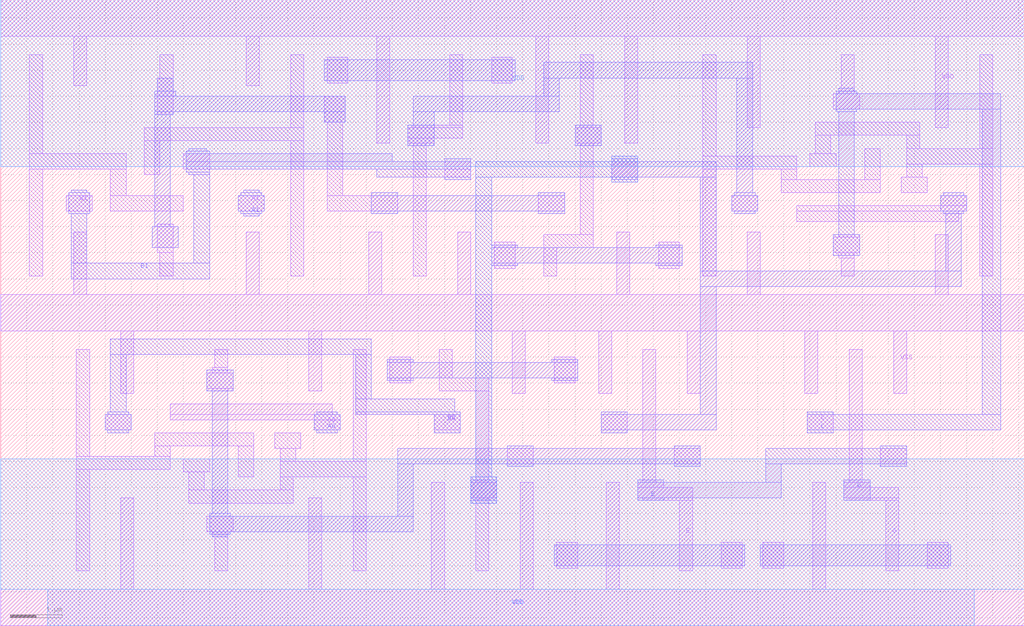
<source format=lef>
VERSION 5.7 ;
  NOWIREEXTENSIONATPIN ON ;
  DIVIDERCHAR "/" ;
  BUSBITCHARS "[]" ;
MACRO 2bit_comp_1x
  CLASS BLOCK ;
  FOREIGN 2bit_comp_1x ;
  ORIGIN 0.000 5.650 ;
  SIZE 19.600 BY 12.000 ;
  PIN VDD
    USE POWER ;
    PORT
      LAYER Nwell ;
        RECT 0.000 -4.950 19.600 -2.450 ;
        RECT 0.900 -5.650 18.650 -4.950 ;
      LAYER Metal1 ;
        RECT 2.300 -4.950 2.550 -3.200 ;
        RECT 5.900 -4.950 6.150 -3.200 ;
        RECT 8.250 -4.950 8.500 -2.900 ;
        RECT 9.950 -4.950 10.200 -2.900 ;
        RECT 11.600 -4.950 11.850 -2.900 ;
        RECT 15.550 -4.950 15.800 -2.900 ;
        RECT 0.000 -5.650 19.600 -4.950 ;
    END
    PORT
      LAYER Nwell ;
        RECT 0.000 3.150 19.600 6.350 ;
      LAYER Metal1 ;
        RECT 0.000 5.650 19.600 6.350 ;
        RECT 1.400 4.700 1.650 5.650 ;
        RECT 4.700 4.700 4.950 5.650 ;
        RECT 7.200 3.600 7.450 5.650 ;
        RECT 10.250 3.600 10.500 5.650 ;
        RECT 11.950 3.600 12.200 5.650 ;
        RECT 14.300 3.900 14.550 5.650 ;
        RECT 17.900 3.900 18.150 5.650 ;
    END
  END VDD
  PIN VSS
    USE GROUND ;
    PORT
      LAYER Metal1 ;
        RECT 1.400 0.700 1.650 1.900 ;
        RECT 4.700 0.700 4.950 1.900 ;
        RECT 7.050 0.700 7.300 1.900 ;
        RECT 8.750 0.700 9.000 1.900 ;
        RECT 11.800 0.700 12.050 1.900 ;
        RECT 14.300 0.700 14.550 1.900 ;
        RECT 17.900 0.700 18.150 1.850 ;
        RECT 0.000 0.000 19.600 0.700 ;
        RECT 2.300 -1.200 2.550 0.000 ;
        RECT 5.900 -1.150 6.150 0.000 ;
        RECT 9.800 -1.200 10.050 0.000 ;
        RECT 11.450 -1.200 11.700 0.000 ;
        RECT 13.150 -1.200 13.400 0.000 ;
        RECT 15.400 -1.200 15.650 0.000 ;
        RECT 17.100 -1.200 17.350 0.000 ;
    END
  END VSS
  PIN B0
    USE SIGNAL ;
    ANTENNAGATEAREA 2.550000 ;
    PORT
      LAYER Metal1 ;
        RECT 2.000 -1.900 2.500 -1.600 ;
        RECT 8.300 -1.900 8.800 -1.600 ;
      LAYER Metal2 ;
        RECT 2.100 -0.450 7.100 -0.150 ;
        RECT 2.100 -1.550 2.400 -0.450 ;
        RECT 6.800 -1.300 7.100 -0.450 ;
        RECT 6.800 -1.550 8.700 -1.300 ;
        RECT 2.050 -1.600 2.450 -1.550 ;
        RECT 6.800 -1.600 8.800 -1.550 ;
        RECT 2.000 -1.900 2.500 -1.600 ;
        RECT 2.050 -1.950 2.450 -1.900 ;
        RECT 8.300 -1.950 8.800 -1.600 ;
    END
  END B0
  PIN A0
    USE SIGNAL ;
    ANTENNAGATEAREA 1.530000 ;
    PORT
      LAYER Metal1 ;
        RECT 3.250 -1.600 6.350 -1.400 ;
        RECT 3.250 -1.700 6.500 -1.600 ;
        RECT 6.000 -1.900 6.500 -1.700 ;
      LAYER Metal2 ;
        RECT 6.050 -1.600 6.450 -1.550 ;
        RECT 6.000 -1.900 6.500 -1.600 ;
        RECT 6.050 -1.950 6.450 -1.900 ;
    END
  END A0
  PIN B1
    USE SIGNAL ;
    ANTENNAGATEAREA 2.805000 ;
    PORT
      LAYER Metal1 ;
        RECT 3.500 3.100 4.000 3.400 ;
        RECT 8.500 2.950 9.000 3.250 ;
        RECT 1.250 2.300 1.750 2.600 ;
      LAYER Metal2 ;
        RECT 3.600 3.450 3.950 3.500 ;
        RECT 3.550 3.400 4.000 3.450 ;
        RECT 3.550 3.250 7.500 3.400 ;
        RECT 8.500 3.250 9.000 3.300 ;
        RECT 3.550 3.100 9.000 3.250 ;
        RECT 3.550 3.050 4.000 3.100 ;
        RECT 3.600 3.000 4.000 3.050 ;
        RECT 1.350 2.650 1.650 2.700 ;
        RECT 1.300 2.250 1.700 2.650 ;
        RECT 1.350 1.300 1.650 2.250 ;
        RECT 3.700 1.300 4.000 3.000 ;
        RECT 7.200 2.950 9.000 3.100 ;
        RECT 8.500 2.900 9.000 2.950 ;
        RECT 1.350 1.000 4.000 1.300 ;
    END
  END B1
  PIN A1
    USE SIGNAL ;
    ANTENNAGATEAREA 1.530000 ;
    PORT
      LAYER Metal1 ;
        RECT 4.550 2.300 5.050 2.600 ;
      LAYER Metal2 ;
        RECT 4.650 2.650 4.950 2.700 ;
        RECT 4.600 2.600 5.000 2.650 ;
        RECT 4.550 2.300 5.050 2.600 ;
        RECT 4.600 2.250 5.000 2.300 ;
        RECT 4.650 2.200 4.950 2.250 ;
    END
  END A1
  PIN L
    USE SIGNAL ;
    ANTENNAGATEAREA 1.275000 ;
    ANTENNADIFFAREA 2.167500 ;
    PORT
      LAYER Metal1 ;
        RECT 16.100 4.650 16.350 5.300 ;
        RECT 16.050 4.550 16.350 4.650 ;
        RECT 15.950 4.250 16.450 4.550 ;
        RECT 16.050 1.800 16.350 1.850 ;
        RECT 15.950 1.500 16.450 1.800 ;
        RECT 16.050 1.400 16.350 1.500 ;
        RECT 16.100 1.050 16.350 1.400 ;
        RECT 15.450 -1.900 15.950 -1.600 ;
      LAYER Metal2 ;
        RECT 16.050 4.600 16.350 4.650 ;
        RECT 16.000 4.550 16.400 4.600 ;
        RECT 16.000 4.250 19.150 4.550 ;
        RECT 16.000 4.200 16.400 4.250 ;
        RECT 16.050 1.850 16.350 4.200 ;
        RECT 15.950 1.450 16.450 1.850 ;
        RECT 15.450 -1.600 15.950 -1.550 ;
        RECT 18.800 -1.600 19.150 4.250 ;
        RECT 15.450 -1.900 19.150 -1.600 ;
        RECT 15.450 -1.950 15.950 -1.900 ;
    END
  END L
  PIN G
    USE SIGNAL ;
    ANTENNADIFFAREA 1.402500 ;
    PORT
      LAYER Metal1 ;
        RECT 16.250 -2.900 16.500 -0.350 ;
        RECT 16.150 -3.000 16.650 -2.900 ;
        RECT 16.150 -3.200 17.200 -3.000 ;
        RECT 16.250 -3.250 17.200 -3.200 ;
        RECT 16.950 -4.600 17.200 -3.250 ;
      LAYER Metal2 ;
        RECT 16.150 -3.250 16.650 -2.850 ;
    END
  END G
  PIN E
    USE SIGNAL ;
    ANTENNAGATEAREA 1.275000 ;
    ANTENNADIFFAREA 1.402500 ;
    PORT
      LAYER Metal1 ;
        RECT 12.300 -2.900 12.550 -0.350 ;
        RECT 16.850 -2.550 17.350 -2.250 ;
        RECT 12.200 -3.000 12.700 -2.900 ;
        RECT 12.200 -3.200 13.250 -3.000 ;
        RECT 12.300 -3.250 13.250 -3.200 ;
        RECT 13.000 -4.600 13.250 -3.250 ;
      LAYER Metal2 ;
        RECT 16.850 -2.250 17.350 -2.200 ;
        RECT 14.650 -2.550 17.350 -2.250 ;
        RECT 12.200 -2.900 12.700 -2.850 ;
        RECT 14.650 -2.900 14.950 -2.550 ;
        RECT 16.850 -2.600 17.350 -2.550 ;
        RECT 12.200 -3.200 14.950 -2.900 ;
        RECT 12.200 -3.250 12.700 -3.200 ;
    END
  END E
  OBS
      LAYER Metal1 ;
        RECT 0.550 3.400 0.800 5.300 ;
        RECT 3.050 4.850 3.300 5.300 ;
        RECT 3.000 4.150 3.300 4.850 ;
        RECT 5.550 3.900 5.800 5.300 ;
        RECT 6.250 4.750 6.650 5.250 ;
        RECT 6.200 4.000 6.600 4.500 ;
        RECT 2.750 3.650 5.800 3.900 ;
        RECT 0.550 3.100 2.400 3.400 ;
        RECT 0.550 1.050 0.800 3.100 ;
        RECT 2.100 2.600 2.400 3.100 ;
        RECT 2.750 3.000 3.050 3.650 ;
        RECT 2.100 2.300 3.500 2.600 ;
        RECT 3.000 1.500 3.300 2.050 ;
        RECT 3.050 1.050 3.300 1.500 ;
        RECT 5.550 1.050 5.800 3.650 ;
        RECT 6.250 2.600 6.550 4.000 ;
        RECT 8.600 3.950 8.850 5.300 ;
        RECT 9.400 4.750 9.800 5.250 ;
        RECT 7.900 3.900 8.850 3.950 ;
        RECT 11.100 3.900 11.350 5.300 ;
        RECT 7.800 3.700 8.850 3.900 ;
        RECT 7.800 3.600 8.300 3.700 ;
        RECT 11.000 3.600 11.500 3.900 ;
        RECT 6.250 2.300 7.600 2.600 ;
        RECT 7.900 1.050 8.150 3.600 ;
        RECT 10.300 2.300 10.800 2.600 ;
        RECT 11.100 1.850 11.350 3.600 ;
        RECT 13.450 3.350 13.700 5.300 ;
        RECT 15.600 3.750 17.600 4.000 ;
        RECT 15.600 3.400 15.900 3.750 ;
        RECT 17.350 3.500 17.600 3.750 ;
        RECT 18.750 3.500 19.000 5.300 ;
        RECT 11.700 2.950 12.200 3.250 ;
        RECT 13.450 3.100 15.250 3.350 ;
        RECT 15.500 3.150 16.000 3.400 ;
        RECT 9.450 1.200 9.850 1.700 ;
        RECT 10.400 1.600 11.350 1.850 ;
        RECT 10.400 1.050 10.650 1.600 ;
        RECT 12.600 1.200 13.000 1.700 ;
        RECT 13.450 1.050 13.700 3.100 ;
        RECT 14.950 2.900 15.250 3.100 ;
        RECT 16.550 2.900 16.850 3.500 ;
        RECT 17.350 3.200 19.000 3.500 ;
        RECT 17.350 2.950 17.650 3.200 ;
        RECT 14.950 2.650 16.850 2.900 ;
        RECT 17.250 2.650 17.750 2.950 ;
        RECT 14.000 2.300 14.500 2.600 ;
        RECT 18.000 2.400 18.500 2.600 ;
        RECT 15.250 2.300 18.500 2.400 ;
        RECT 15.250 2.100 18.350 2.300 ;
        RECT 18.750 1.050 19.000 3.200 ;
        RECT 1.450 -2.400 1.700 -0.350 ;
        RECT 4.100 -0.700 4.350 -0.350 ;
        RECT 4.050 -0.800 4.350 -0.700 ;
        RECT 3.950 -1.100 4.450 -0.800 ;
        RECT 4.050 -1.150 4.350 -1.100 ;
        RECT 2.950 -2.200 4.850 -1.950 ;
        RECT 2.950 -2.400 3.250 -2.200 ;
        RECT 1.450 -2.650 3.250 -2.400 ;
        RECT 1.450 -4.600 1.700 -2.650 ;
        RECT 3.500 -2.700 4.000 -2.450 ;
        RECT 3.600 -3.050 3.900 -2.700 ;
        RECT 4.550 -2.800 4.850 -2.200 ;
        RECT 5.250 -2.250 5.750 -1.950 ;
        RECT 5.350 -2.500 5.650 -2.250 ;
        RECT 6.750 -2.500 7.000 -0.350 ;
        RECT 7.450 -1.000 7.850 -0.500 ;
        RECT 8.400 -0.900 8.650 -0.350 ;
        RECT 8.400 -1.150 9.350 -0.900 ;
        RECT 10.600 -1.000 11.000 -0.500 ;
        RECT 5.350 -2.800 7.000 -2.500 ;
        RECT 5.350 -3.050 5.600 -2.800 ;
        RECT 3.600 -3.300 5.600 -3.050 ;
        RECT 3.950 -3.850 4.450 -3.550 ;
        RECT 4.050 -3.950 4.350 -3.850 ;
        RECT 4.100 -4.600 4.350 -3.950 ;
        RECT 6.750 -4.600 7.000 -2.800 ;
        RECT 9.100 -2.900 9.350 -1.150 ;
        RECT 11.500 -1.900 12.000 -1.600 ;
        RECT 9.700 -2.550 10.200 -2.250 ;
        RECT 12.900 -2.550 13.400 -2.250 ;
        RECT 9.000 -3.200 9.500 -2.900 ;
        RECT 9.100 -4.600 9.350 -3.200 ;
        RECT 10.650 -4.550 11.050 -4.050 ;
        RECT 13.800 -4.550 14.200 -4.050 ;
        RECT 14.600 -4.550 15.000 -4.050 ;
        RECT 17.750 -4.550 18.150 -4.050 ;
      LAYER Metal2 ;
        RECT 3.000 4.600 3.300 4.850 ;
        RECT 6.200 4.800 9.850 5.200 ;
        RECT 10.400 4.850 14.400 5.150 ;
        RECT 2.950 4.500 3.350 4.600 ;
        RECT 10.400 4.500 10.700 4.850 ;
        RECT 2.950 4.200 6.600 4.500 ;
        RECT 2.950 4.150 3.300 4.200 ;
        RECT 2.950 2.000 3.250 4.150 ;
        RECT 6.200 4.000 6.600 4.200 ;
        RECT 7.900 4.200 10.700 4.500 ;
        RECT 7.900 3.950 8.300 4.200 ;
        RECT 7.800 3.550 8.300 3.950 ;
        RECT 11.000 3.550 11.500 3.950 ;
        RECT 11.700 3.250 12.200 3.300 ;
        RECT 11.700 2.950 13.700 3.250 ;
        RECT 11.700 2.900 12.200 2.950 ;
        RECT 7.100 2.600 7.600 2.650 ;
        RECT 10.300 2.600 10.800 2.650 ;
        RECT 7.100 2.300 10.800 2.600 ;
        RECT 7.100 2.250 7.600 2.300 ;
        RECT 10.300 2.250 10.800 2.300 ;
        RECT 2.900 1.600 3.400 2.000 ;
        RECT 9.400 1.600 9.900 1.650 ;
        RECT 12.550 1.600 13.050 1.650 ;
        RECT 9.400 1.300 13.050 1.600 ;
        RECT 9.400 1.250 9.900 1.300 ;
        RECT 12.550 1.250 13.050 1.300 ;
        RECT 13.400 1.150 13.700 2.950 ;
        RECT 14.100 2.650 14.400 4.850 ;
        RECT 14.050 2.600 14.450 2.650 ;
        RECT 18.050 2.600 18.450 2.650 ;
        RECT 14.000 2.300 14.500 2.600 ;
        RECT 18.000 2.300 18.500 2.600 ;
        RECT 14.050 2.250 14.450 2.300 ;
        RECT 18.050 2.250 18.450 2.300 ;
        RECT 18.100 1.150 18.400 2.250 ;
        RECT 13.400 0.850 18.400 1.150 ;
        RECT 7.400 -0.600 7.900 -0.550 ;
        RECT 10.550 -0.600 11.050 -0.550 ;
        RECT 3.950 -1.150 4.450 -0.750 ;
        RECT 7.400 -0.900 11.050 -0.600 ;
        RECT 7.400 -0.950 7.900 -0.900 ;
        RECT 10.550 -0.950 11.050 -0.900 ;
        RECT 4.050 -3.500 4.350 -1.150 ;
        RECT 11.500 -1.600 12.000 -1.550 ;
        RECT 13.400 -1.600 13.700 0.850 ;
        RECT 11.500 -1.900 13.700 -1.600 ;
        RECT 11.500 -1.950 12.000 -1.900 ;
        RECT 9.700 -2.250 10.200 -2.200 ;
        RECT 12.900 -2.250 13.400 -2.200 ;
        RECT 7.600 -2.550 13.400 -2.250 ;
        RECT 4.000 -3.550 4.400 -3.500 ;
        RECT 7.600 -3.550 7.900 -2.550 ;
        RECT 9.700 -2.600 10.200 -2.550 ;
        RECT 12.900 -2.600 13.400 -2.550 ;
        RECT 9.000 -3.250 9.500 -2.850 ;
        RECT 4.000 -3.850 7.900 -3.550 ;
        RECT 4.000 -3.900 4.400 -3.850 ;
        RECT 4.050 -3.950 4.350 -3.900 ;
        RECT 10.600 -4.500 14.250 -4.100 ;
        RECT 14.550 -4.500 18.200 -4.100 ;
      LAYER Metal3 ;
        RECT 11.700 3.250 12.200 3.350 ;
        RECT 9.100 2.950 12.200 3.250 ;
        RECT 9.100 -2.800 9.400 2.950 ;
        RECT 11.700 2.850 12.200 2.950 ;
        RECT 9.000 -3.300 9.500 -2.800 ;
  END
END 2bit_comp_1x
END LIBRARY


</source>
